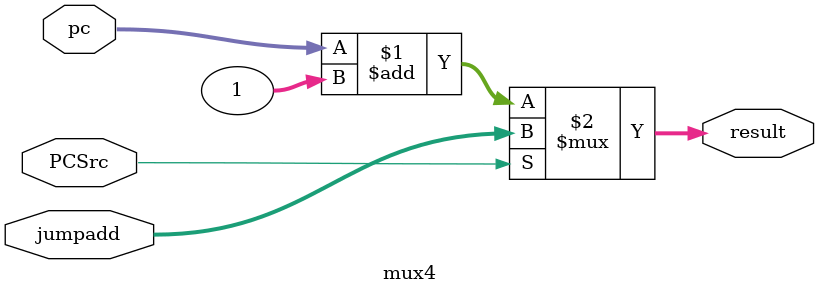
<source format=v>
`timescale 1ns / 1ps


module mux4(
    input [31:0] pc,
    input [31:0] jumpadd,
    input PCSrc,
    output [31:0] result
    );
    
 
    
    assign result = PCSrc? jumpadd:(pc+1);
    
endmodule

</source>
